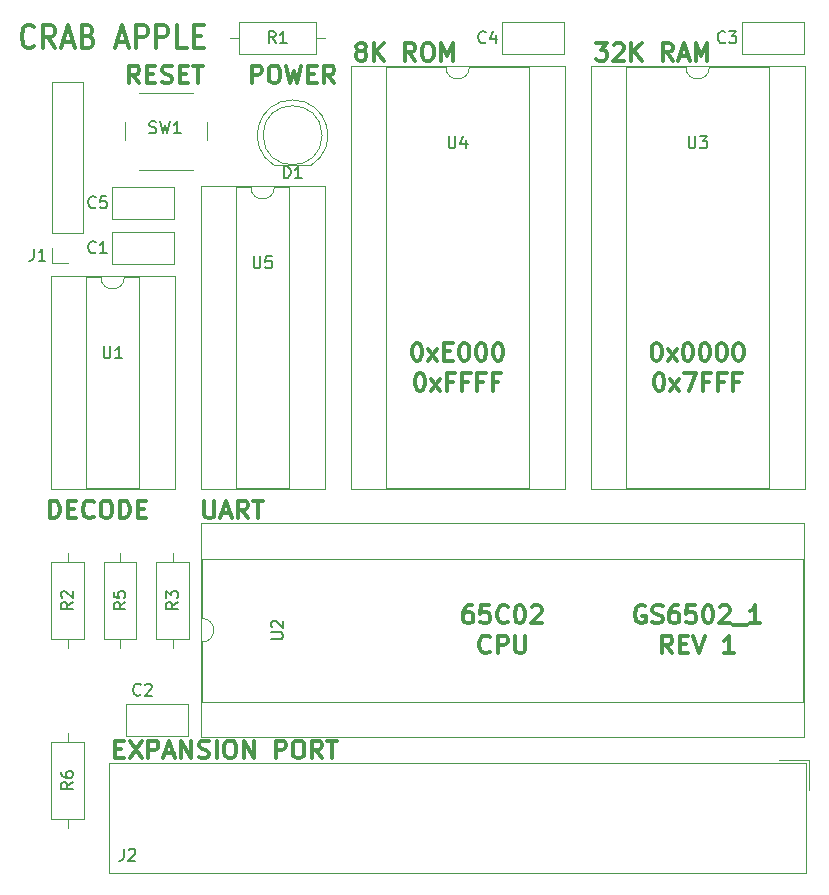
<source format=gto>
G04 #@! TF.GenerationSoftware,KiCad,Pcbnew,5.1.5+dfsg1-2build2*
G04 #@! TF.CreationDate,2022-11-24T13:25:21+00:00*
G04 #@! TF.ProjectId,6502_SBC,36353032-5f53-4424-932e-6b696361645f,rev?*
G04 #@! TF.SameCoordinates,Original*
G04 #@! TF.FileFunction,Legend,Top*
G04 #@! TF.FilePolarity,Positive*
%FSLAX46Y46*%
G04 Gerber Fmt 4.6, Leading zero omitted, Abs format (unit mm)*
G04 Created by KiCad (PCBNEW 5.1.5+dfsg1-2build2) date 2022-11-24 13:25:21*
%MOMM*%
%LPD*%
G04 APERTURE LIST*
%ADD10C,0.300000*%
%ADD11C,0.120000*%
%ADD12C,0.150000*%
G04 APERTURE END LIST*
D10*
X124261200Y-78819285D02*
X124177866Y-78914523D01*
X123927866Y-79009761D01*
X123761200Y-79009761D01*
X123511200Y-78914523D01*
X123344533Y-78724047D01*
X123261200Y-78533571D01*
X123177866Y-78152619D01*
X123177866Y-77866904D01*
X123261200Y-77485952D01*
X123344533Y-77295476D01*
X123511200Y-77105000D01*
X123761200Y-77009761D01*
X123927866Y-77009761D01*
X124177866Y-77105000D01*
X124261200Y-77200238D01*
X126011200Y-79009761D02*
X125427866Y-78057380D01*
X125011200Y-79009761D02*
X125011200Y-77009761D01*
X125677866Y-77009761D01*
X125844533Y-77105000D01*
X125927866Y-77200238D01*
X126011200Y-77390714D01*
X126011200Y-77676428D01*
X125927866Y-77866904D01*
X125844533Y-77962142D01*
X125677866Y-78057380D01*
X125011200Y-78057380D01*
X126677866Y-78438333D02*
X127511200Y-78438333D01*
X126511200Y-79009761D02*
X127094533Y-77009761D01*
X127677866Y-79009761D01*
X128844533Y-77962142D02*
X129094533Y-78057380D01*
X129177866Y-78152619D01*
X129261200Y-78343095D01*
X129261200Y-78628809D01*
X129177866Y-78819285D01*
X129094533Y-78914523D01*
X128927866Y-79009761D01*
X128261200Y-79009761D01*
X128261200Y-77009761D01*
X128844533Y-77009761D01*
X129011200Y-77105000D01*
X129094533Y-77200238D01*
X129177866Y-77390714D01*
X129177866Y-77581190D01*
X129094533Y-77771666D01*
X129011200Y-77866904D01*
X128844533Y-77962142D01*
X128261200Y-77962142D01*
X131261200Y-78438333D02*
X132094533Y-78438333D01*
X131094533Y-79009761D02*
X131677866Y-77009761D01*
X132261200Y-79009761D01*
X132844533Y-79009761D02*
X132844533Y-77009761D01*
X133511200Y-77009761D01*
X133677866Y-77105000D01*
X133761200Y-77200238D01*
X133844533Y-77390714D01*
X133844533Y-77676428D01*
X133761200Y-77866904D01*
X133677866Y-77962142D01*
X133511200Y-78057380D01*
X132844533Y-78057380D01*
X134594533Y-79009761D02*
X134594533Y-77009761D01*
X135261200Y-77009761D01*
X135427866Y-77105000D01*
X135511200Y-77200238D01*
X135594533Y-77390714D01*
X135594533Y-77676428D01*
X135511200Y-77866904D01*
X135427866Y-77962142D01*
X135261200Y-78057380D01*
X134594533Y-78057380D01*
X137177866Y-79009761D02*
X136344533Y-79009761D01*
X136344533Y-77009761D01*
X137761200Y-77962142D02*
X138344533Y-77962142D01*
X138594533Y-79009761D02*
X137761200Y-79009761D01*
X137761200Y-77009761D01*
X138594533Y-77009761D01*
X161299057Y-126173571D02*
X161013342Y-126173571D01*
X160870485Y-126245000D01*
X160799057Y-126316428D01*
X160656200Y-126530714D01*
X160584771Y-126816428D01*
X160584771Y-127387857D01*
X160656200Y-127530714D01*
X160727628Y-127602142D01*
X160870485Y-127673571D01*
X161156200Y-127673571D01*
X161299057Y-127602142D01*
X161370485Y-127530714D01*
X161441914Y-127387857D01*
X161441914Y-127030714D01*
X161370485Y-126887857D01*
X161299057Y-126816428D01*
X161156200Y-126745000D01*
X160870485Y-126745000D01*
X160727628Y-126816428D01*
X160656200Y-126887857D01*
X160584771Y-127030714D01*
X162799057Y-126173571D02*
X162084771Y-126173571D01*
X162013342Y-126887857D01*
X162084771Y-126816428D01*
X162227628Y-126745000D01*
X162584771Y-126745000D01*
X162727628Y-126816428D01*
X162799057Y-126887857D01*
X162870485Y-127030714D01*
X162870485Y-127387857D01*
X162799057Y-127530714D01*
X162727628Y-127602142D01*
X162584771Y-127673571D01*
X162227628Y-127673571D01*
X162084771Y-127602142D01*
X162013342Y-127530714D01*
X164370485Y-127530714D02*
X164299057Y-127602142D01*
X164084771Y-127673571D01*
X163941914Y-127673571D01*
X163727628Y-127602142D01*
X163584771Y-127459285D01*
X163513342Y-127316428D01*
X163441914Y-127030714D01*
X163441914Y-126816428D01*
X163513342Y-126530714D01*
X163584771Y-126387857D01*
X163727628Y-126245000D01*
X163941914Y-126173571D01*
X164084771Y-126173571D01*
X164299057Y-126245000D01*
X164370485Y-126316428D01*
X165299057Y-126173571D02*
X165441914Y-126173571D01*
X165584771Y-126245000D01*
X165656200Y-126316428D01*
X165727628Y-126459285D01*
X165799057Y-126745000D01*
X165799057Y-127102142D01*
X165727628Y-127387857D01*
X165656200Y-127530714D01*
X165584771Y-127602142D01*
X165441914Y-127673571D01*
X165299057Y-127673571D01*
X165156200Y-127602142D01*
X165084771Y-127530714D01*
X165013342Y-127387857D01*
X164941914Y-127102142D01*
X164941914Y-126745000D01*
X165013342Y-126459285D01*
X165084771Y-126316428D01*
X165156200Y-126245000D01*
X165299057Y-126173571D01*
X166370485Y-126316428D02*
X166441914Y-126245000D01*
X166584771Y-126173571D01*
X166941914Y-126173571D01*
X167084771Y-126245000D01*
X167156200Y-126316428D01*
X167227628Y-126459285D01*
X167227628Y-126602142D01*
X167156200Y-126816428D01*
X166299057Y-127673571D01*
X167227628Y-127673571D01*
X162834771Y-130080714D02*
X162763342Y-130152142D01*
X162549057Y-130223571D01*
X162406200Y-130223571D01*
X162191914Y-130152142D01*
X162049057Y-130009285D01*
X161977628Y-129866428D01*
X161906200Y-129580714D01*
X161906200Y-129366428D01*
X161977628Y-129080714D01*
X162049057Y-128937857D01*
X162191914Y-128795000D01*
X162406200Y-128723571D01*
X162549057Y-128723571D01*
X162763342Y-128795000D01*
X162834771Y-128866428D01*
X163477628Y-130223571D02*
X163477628Y-128723571D01*
X164049057Y-128723571D01*
X164191914Y-128795000D01*
X164263342Y-128866428D01*
X164334771Y-129009285D01*
X164334771Y-129223571D01*
X164263342Y-129366428D01*
X164191914Y-129437857D01*
X164049057Y-129509285D01*
X163477628Y-129509285D01*
X164977628Y-128723571D02*
X164977628Y-129937857D01*
X165049057Y-130080714D01*
X165120485Y-130152142D01*
X165263342Y-130223571D01*
X165549057Y-130223571D01*
X165691914Y-130152142D01*
X165763342Y-130080714D01*
X165834771Y-129937857D01*
X165834771Y-128723571D01*
X175951914Y-126245000D02*
X175809057Y-126173571D01*
X175594771Y-126173571D01*
X175380485Y-126245000D01*
X175237628Y-126387857D01*
X175166200Y-126530714D01*
X175094771Y-126816428D01*
X175094771Y-127030714D01*
X175166200Y-127316428D01*
X175237628Y-127459285D01*
X175380485Y-127602142D01*
X175594771Y-127673571D01*
X175737628Y-127673571D01*
X175951914Y-127602142D01*
X176023342Y-127530714D01*
X176023342Y-127030714D01*
X175737628Y-127030714D01*
X176594771Y-127602142D02*
X176809057Y-127673571D01*
X177166200Y-127673571D01*
X177309057Y-127602142D01*
X177380485Y-127530714D01*
X177451914Y-127387857D01*
X177451914Y-127245000D01*
X177380485Y-127102142D01*
X177309057Y-127030714D01*
X177166200Y-126959285D01*
X176880485Y-126887857D01*
X176737628Y-126816428D01*
X176666200Y-126745000D01*
X176594771Y-126602142D01*
X176594771Y-126459285D01*
X176666200Y-126316428D01*
X176737628Y-126245000D01*
X176880485Y-126173571D01*
X177237628Y-126173571D01*
X177451914Y-126245000D01*
X178737628Y-126173571D02*
X178451914Y-126173571D01*
X178309057Y-126245000D01*
X178237628Y-126316428D01*
X178094771Y-126530714D01*
X178023342Y-126816428D01*
X178023342Y-127387857D01*
X178094771Y-127530714D01*
X178166200Y-127602142D01*
X178309057Y-127673571D01*
X178594771Y-127673571D01*
X178737628Y-127602142D01*
X178809057Y-127530714D01*
X178880485Y-127387857D01*
X178880485Y-127030714D01*
X178809057Y-126887857D01*
X178737628Y-126816428D01*
X178594771Y-126745000D01*
X178309057Y-126745000D01*
X178166200Y-126816428D01*
X178094771Y-126887857D01*
X178023342Y-127030714D01*
X180237628Y-126173571D02*
X179523342Y-126173571D01*
X179451914Y-126887857D01*
X179523342Y-126816428D01*
X179666200Y-126745000D01*
X180023342Y-126745000D01*
X180166200Y-126816428D01*
X180237628Y-126887857D01*
X180309057Y-127030714D01*
X180309057Y-127387857D01*
X180237628Y-127530714D01*
X180166200Y-127602142D01*
X180023342Y-127673571D01*
X179666200Y-127673571D01*
X179523342Y-127602142D01*
X179451914Y-127530714D01*
X181237628Y-126173571D02*
X181380485Y-126173571D01*
X181523342Y-126245000D01*
X181594771Y-126316428D01*
X181666200Y-126459285D01*
X181737628Y-126745000D01*
X181737628Y-127102142D01*
X181666200Y-127387857D01*
X181594771Y-127530714D01*
X181523342Y-127602142D01*
X181380485Y-127673571D01*
X181237628Y-127673571D01*
X181094771Y-127602142D01*
X181023342Y-127530714D01*
X180951914Y-127387857D01*
X180880485Y-127102142D01*
X180880485Y-126745000D01*
X180951914Y-126459285D01*
X181023342Y-126316428D01*
X181094771Y-126245000D01*
X181237628Y-126173571D01*
X182309057Y-126316428D02*
X182380485Y-126245000D01*
X182523342Y-126173571D01*
X182880485Y-126173571D01*
X183023342Y-126245000D01*
X183094771Y-126316428D01*
X183166200Y-126459285D01*
X183166200Y-126602142D01*
X183094771Y-126816428D01*
X182237628Y-127673571D01*
X183166200Y-127673571D01*
X183451914Y-127816428D02*
X184594771Y-127816428D01*
X185737628Y-127673571D02*
X184880485Y-127673571D01*
X185309057Y-127673571D02*
X185309057Y-126173571D01*
X185166200Y-126387857D01*
X185023342Y-126530714D01*
X184880485Y-126602142D01*
X178273342Y-130223571D02*
X177773342Y-129509285D01*
X177416200Y-130223571D02*
X177416200Y-128723571D01*
X177987628Y-128723571D01*
X178130485Y-128795000D01*
X178201914Y-128866428D01*
X178273342Y-129009285D01*
X178273342Y-129223571D01*
X178201914Y-129366428D01*
X178130485Y-129437857D01*
X177987628Y-129509285D01*
X177416200Y-129509285D01*
X178916200Y-129437857D02*
X179416200Y-129437857D01*
X179630485Y-130223571D02*
X178916200Y-130223571D01*
X178916200Y-128723571D01*
X179630485Y-128723571D01*
X180059057Y-128723571D02*
X180559057Y-130223571D01*
X181059057Y-128723571D01*
X183487628Y-130223571D02*
X182630485Y-130223571D01*
X183059057Y-130223571D02*
X183059057Y-128723571D01*
X182916200Y-128937857D01*
X182773342Y-129080714D01*
X182630485Y-129152142D01*
X125580485Y-118788571D02*
X125580485Y-117288571D01*
X125937628Y-117288571D01*
X126151914Y-117360000D01*
X126294771Y-117502857D01*
X126366200Y-117645714D01*
X126437628Y-117931428D01*
X126437628Y-118145714D01*
X126366200Y-118431428D01*
X126294771Y-118574285D01*
X126151914Y-118717142D01*
X125937628Y-118788571D01*
X125580485Y-118788571D01*
X127080485Y-118002857D02*
X127580485Y-118002857D01*
X127794771Y-118788571D02*
X127080485Y-118788571D01*
X127080485Y-117288571D01*
X127794771Y-117288571D01*
X129294771Y-118645714D02*
X129223342Y-118717142D01*
X129009057Y-118788571D01*
X128866200Y-118788571D01*
X128651914Y-118717142D01*
X128509057Y-118574285D01*
X128437628Y-118431428D01*
X128366200Y-118145714D01*
X128366200Y-117931428D01*
X128437628Y-117645714D01*
X128509057Y-117502857D01*
X128651914Y-117360000D01*
X128866200Y-117288571D01*
X129009057Y-117288571D01*
X129223342Y-117360000D01*
X129294771Y-117431428D01*
X130223342Y-117288571D02*
X130509057Y-117288571D01*
X130651914Y-117360000D01*
X130794771Y-117502857D01*
X130866200Y-117788571D01*
X130866200Y-118288571D01*
X130794771Y-118574285D01*
X130651914Y-118717142D01*
X130509057Y-118788571D01*
X130223342Y-118788571D01*
X130080485Y-118717142D01*
X129937628Y-118574285D01*
X129866200Y-118288571D01*
X129866200Y-117788571D01*
X129937628Y-117502857D01*
X130080485Y-117360000D01*
X130223342Y-117288571D01*
X131509057Y-118788571D02*
X131509057Y-117288571D01*
X131866200Y-117288571D01*
X132080485Y-117360000D01*
X132223342Y-117502857D01*
X132294771Y-117645714D01*
X132366200Y-117931428D01*
X132366200Y-118145714D01*
X132294771Y-118431428D01*
X132223342Y-118574285D01*
X132080485Y-118717142D01*
X131866200Y-118788571D01*
X131509057Y-118788571D01*
X133009057Y-118002857D02*
X133509057Y-118002857D01*
X133723342Y-118788571D02*
X133009057Y-118788571D01*
X133009057Y-117288571D01*
X133723342Y-117288571D01*
X138653342Y-117288571D02*
X138653342Y-118502857D01*
X138724771Y-118645714D01*
X138796200Y-118717142D01*
X138939057Y-118788571D01*
X139224771Y-118788571D01*
X139367628Y-118717142D01*
X139439057Y-118645714D01*
X139510485Y-118502857D01*
X139510485Y-117288571D01*
X140153342Y-118360000D02*
X140867628Y-118360000D01*
X140010485Y-118788571D02*
X140510485Y-117288571D01*
X141010485Y-118788571D01*
X142367628Y-118788571D02*
X141867628Y-118074285D01*
X141510485Y-118788571D02*
X141510485Y-117288571D01*
X142081914Y-117288571D01*
X142224771Y-117360000D01*
X142296200Y-117431428D01*
X142367628Y-117574285D01*
X142367628Y-117788571D01*
X142296200Y-117931428D01*
X142224771Y-118002857D01*
X142081914Y-118074285D01*
X141510485Y-118074285D01*
X142796200Y-117288571D02*
X143653342Y-117288571D01*
X143224771Y-118788571D02*
X143224771Y-117288571D01*
X156596200Y-103948571D02*
X156739057Y-103948571D01*
X156881914Y-104020000D01*
X156953342Y-104091428D01*
X157024771Y-104234285D01*
X157096200Y-104520000D01*
X157096200Y-104877142D01*
X157024771Y-105162857D01*
X156953342Y-105305714D01*
X156881914Y-105377142D01*
X156739057Y-105448571D01*
X156596200Y-105448571D01*
X156453342Y-105377142D01*
X156381914Y-105305714D01*
X156310485Y-105162857D01*
X156239057Y-104877142D01*
X156239057Y-104520000D01*
X156310485Y-104234285D01*
X156381914Y-104091428D01*
X156453342Y-104020000D01*
X156596200Y-103948571D01*
X157596200Y-105448571D02*
X158381914Y-104448571D01*
X157596200Y-104448571D02*
X158381914Y-105448571D01*
X158953342Y-104662857D02*
X159453342Y-104662857D01*
X159667628Y-105448571D02*
X158953342Y-105448571D01*
X158953342Y-103948571D01*
X159667628Y-103948571D01*
X160596200Y-103948571D02*
X160739057Y-103948571D01*
X160881914Y-104020000D01*
X160953342Y-104091428D01*
X161024771Y-104234285D01*
X161096200Y-104520000D01*
X161096200Y-104877142D01*
X161024771Y-105162857D01*
X160953342Y-105305714D01*
X160881914Y-105377142D01*
X160739057Y-105448571D01*
X160596200Y-105448571D01*
X160453342Y-105377142D01*
X160381914Y-105305714D01*
X160310485Y-105162857D01*
X160239057Y-104877142D01*
X160239057Y-104520000D01*
X160310485Y-104234285D01*
X160381914Y-104091428D01*
X160453342Y-104020000D01*
X160596200Y-103948571D01*
X162024771Y-103948571D02*
X162167628Y-103948571D01*
X162310485Y-104020000D01*
X162381914Y-104091428D01*
X162453342Y-104234285D01*
X162524771Y-104520000D01*
X162524771Y-104877142D01*
X162453342Y-105162857D01*
X162381914Y-105305714D01*
X162310485Y-105377142D01*
X162167628Y-105448571D01*
X162024771Y-105448571D01*
X161881914Y-105377142D01*
X161810485Y-105305714D01*
X161739057Y-105162857D01*
X161667628Y-104877142D01*
X161667628Y-104520000D01*
X161739057Y-104234285D01*
X161810485Y-104091428D01*
X161881914Y-104020000D01*
X162024771Y-103948571D01*
X163453342Y-103948571D02*
X163596200Y-103948571D01*
X163739057Y-104020000D01*
X163810485Y-104091428D01*
X163881914Y-104234285D01*
X163953342Y-104520000D01*
X163953342Y-104877142D01*
X163881914Y-105162857D01*
X163810485Y-105305714D01*
X163739057Y-105377142D01*
X163596200Y-105448571D01*
X163453342Y-105448571D01*
X163310485Y-105377142D01*
X163239057Y-105305714D01*
X163167628Y-105162857D01*
X163096200Y-104877142D01*
X163096200Y-104520000D01*
X163167628Y-104234285D01*
X163239057Y-104091428D01*
X163310485Y-104020000D01*
X163453342Y-103948571D01*
X156846200Y-106498571D02*
X156989057Y-106498571D01*
X157131914Y-106570000D01*
X157203342Y-106641428D01*
X157274771Y-106784285D01*
X157346200Y-107070000D01*
X157346200Y-107427142D01*
X157274771Y-107712857D01*
X157203342Y-107855714D01*
X157131914Y-107927142D01*
X156989057Y-107998571D01*
X156846200Y-107998571D01*
X156703342Y-107927142D01*
X156631914Y-107855714D01*
X156560485Y-107712857D01*
X156489057Y-107427142D01*
X156489057Y-107070000D01*
X156560485Y-106784285D01*
X156631914Y-106641428D01*
X156703342Y-106570000D01*
X156846200Y-106498571D01*
X157846200Y-107998571D02*
X158631914Y-106998571D01*
X157846200Y-106998571D02*
X158631914Y-107998571D01*
X159703342Y-107212857D02*
X159203342Y-107212857D01*
X159203342Y-107998571D02*
X159203342Y-106498571D01*
X159917628Y-106498571D01*
X160989057Y-107212857D02*
X160489057Y-107212857D01*
X160489057Y-107998571D02*
X160489057Y-106498571D01*
X161203342Y-106498571D01*
X162274771Y-107212857D02*
X161774771Y-107212857D01*
X161774771Y-107998571D02*
X161774771Y-106498571D01*
X162489057Y-106498571D01*
X163560485Y-107212857D02*
X163060485Y-107212857D01*
X163060485Y-107998571D02*
X163060485Y-106498571D01*
X163774771Y-106498571D01*
X176880485Y-103948571D02*
X177023342Y-103948571D01*
X177166200Y-104020000D01*
X177237628Y-104091428D01*
X177309057Y-104234285D01*
X177380485Y-104520000D01*
X177380485Y-104877142D01*
X177309057Y-105162857D01*
X177237628Y-105305714D01*
X177166200Y-105377142D01*
X177023342Y-105448571D01*
X176880485Y-105448571D01*
X176737628Y-105377142D01*
X176666200Y-105305714D01*
X176594771Y-105162857D01*
X176523342Y-104877142D01*
X176523342Y-104520000D01*
X176594771Y-104234285D01*
X176666200Y-104091428D01*
X176737628Y-104020000D01*
X176880485Y-103948571D01*
X177880485Y-105448571D02*
X178666200Y-104448571D01*
X177880485Y-104448571D02*
X178666200Y-105448571D01*
X179523342Y-103948571D02*
X179666200Y-103948571D01*
X179809057Y-104020000D01*
X179880485Y-104091428D01*
X179951914Y-104234285D01*
X180023342Y-104520000D01*
X180023342Y-104877142D01*
X179951914Y-105162857D01*
X179880485Y-105305714D01*
X179809057Y-105377142D01*
X179666200Y-105448571D01*
X179523342Y-105448571D01*
X179380485Y-105377142D01*
X179309057Y-105305714D01*
X179237628Y-105162857D01*
X179166200Y-104877142D01*
X179166200Y-104520000D01*
X179237628Y-104234285D01*
X179309057Y-104091428D01*
X179380485Y-104020000D01*
X179523342Y-103948571D01*
X180951914Y-103948571D02*
X181094771Y-103948571D01*
X181237628Y-104020000D01*
X181309057Y-104091428D01*
X181380485Y-104234285D01*
X181451914Y-104520000D01*
X181451914Y-104877142D01*
X181380485Y-105162857D01*
X181309057Y-105305714D01*
X181237628Y-105377142D01*
X181094771Y-105448571D01*
X180951914Y-105448571D01*
X180809057Y-105377142D01*
X180737628Y-105305714D01*
X180666200Y-105162857D01*
X180594771Y-104877142D01*
X180594771Y-104520000D01*
X180666200Y-104234285D01*
X180737628Y-104091428D01*
X180809057Y-104020000D01*
X180951914Y-103948571D01*
X182380485Y-103948571D02*
X182523342Y-103948571D01*
X182666200Y-104020000D01*
X182737628Y-104091428D01*
X182809057Y-104234285D01*
X182880485Y-104520000D01*
X182880485Y-104877142D01*
X182809057Y-105162857D01*
X182737628Y-105305714D01*
X182666200Y-105377142D01*
X182523342Y-105448571D01*
X182380485Y-105448571D01*
X182237628Y-105377142D01*
X182166200Y-105305714D01*
X182094771Y-105162857D01*
X182023342Y-104877142D01*
X182023342Y-104520000D01*
X182094771Y-104234285D01*
X182166200Y-104091428D01*
X182237628Y-104020000D01*
X182380485Y-103948571D01*
X183809057Y-103948571D02*
X183951914Y-103948571D01*
X184094771Y-104020000D01*
X184166200Y-104091428D01*
X184237628Y-104234285D01*
X184309057Y-104520000D01*
X184309057Y-104877142D01*
X184237628Y-105162857D01*
X184166200Y-105305714D01*
X184094771Y-105377142D01*
X183951914Y-105448571D01*
X183809057Y-105448571D01*
X183666200Y-105377142D01*
X183594771Y-105305714D01*
X183523342Y-105162857D01*
X183451914Y-104877142D01*
X183451914Y-104520000D01*
X183523342Y-104234285D01*
X183594771Y-104091428D01*
X183666200Y-104020000D01*
X183809057Y-103948571D01*
X177094771Y-106498571D02*
X177237628Y-106498571D01*
X177380485Y-106570000D01*
X177451914Y-106641428D01*
X177523342Y-106784285D01*
X177594771Y-107070000D01*
X177594771Y-107427142D01*
X177523342Y-107712857D01*
X177451914Y-107855714D01*
X177380485Y-107927142D01*
X177237628Y-107998571D01*
X177094771Y-107998571D01*
X176951914Y-107927142D01*
X176880485Y-107855714D01*
X176809057Y-107712857D01*
X176737628Y-107427142D01*
X176737628Y-107070000D01*
X176809057Y-106784285D01*
X176880485Y-106641428D01*
X176951914Y-106570000D01*
X177094771Y-106498571D01*
X178094771Y-107998571D02*
X178880485Y-106998571D01*
X178094771Y-106998571D02*
X178880485Y-107998571D01*
X179309057Y-106498571D02*
X180309057Y-106498571D01*
X179666200Y-107998571D01*
X181380485Y-107212857D02*
X180880485Y-107212857D01*
X180880485Y-107998571D02*
X180880485Y-106498571D01*
X181594771Y-106498571D01*
X182666200Y-107212857D02*
X182166200Y-107212857D01*
X182166200Y-107998571D02*
X182166200Y-106498571D01*
X182880485Y-106498571D01*
X183951914Y-107212857D02*
X183451914Y-107212857D01*
X183451914Y-107998571D02*
X183451914Y-106498571D01*
X184166200Y-106498571D01*
X142661914Y-81958571D02*
X142661914Y-80458571D01*
X143233342Y-80458571D01*
X143376200Y-80530000D01*
X143447628Y-80601428D01*
X143519057Y-80744285D01*
X143519057Y-80958571D01*
X143447628Y-81101428D01*
X143376200Y-81172857D01*
X143233342Y-81244285D01*
X142661914Y-81244285D01*
X144447628Y-80458571D02*
X144733342Y-80458571D01*
X144876200Y-80530000D01*
X145019057Y-80672857D01*
X145090485Y-80958571D01*
X145090485Y-81458571D01*
X145019057Y-81744285D01*
X144876200Y-81887142D01*
X144733342Y-81958571D01*
X144447628Y-81958571D01*
X144304771Y-81887142D01*
X144161914Y-81744285D01*
X144090485Y-81458571D01*
X144090485Y-80958571D01*
X144161914Y-80672857D01*
X144304771Y-80530000D01*
X144447628Y-80458571D01*
X145590485Y-80458571D02*
X145947628Y-81958571D01*
X146233342Y-80887142D01*
X146519057Y-81958571D01*
X146876200Y-80458571D01*
X147447628Y-81172857D02*
X147947628Y-81172857D01*
X148161914Y-81958571D02*
X147447628Y-81958571D01*
X147447628Y-80458571D01*
X148161914Y-80458571D01*
X149661914Y-81958571D02*
X149161914Y-81244285D01*
X148804771Y-81958571D02*
X148804771Y-80458571D01*
X149376200Y-80458571D01*
X149519057Y-80530000D01*
X149590485Y-80601428D01*
X149661914Y-80744285D01*
X149661914Y-80958571D01*
X149590485Y-81101428D01*
X149519057Y-81172857D01*
X149376200Y-81244285D01*
X148804771Y-81244285D01*
X133152628Y-81958571D02*
X132652628Y-81244285D01*
X132295485Y-81958571D02*
X132295485Y-80458571D01*
X132866914Y-80458571D01*
X133009771Y-80530000D01*
X133081200Y-80601428D01*
X133152628Y-80744285D01*
X133152628Y-80958571D01*
X133081200Y-81101428D01*
X133009771Y-81172857D01*
X132866914Y-81244285D01*
X132295485Y-81244285D01*
X133795485Y-81172857D02*
X134295485Y-81172857D01*
X134509771Y-81958571D02*
X133795485Y-81958571D01*
X133795485Y-80458571D01*
X134509771Y-80458571D01*
X135081200Y-81887142D02*
X135295485Y-81958571D01*
X135652628Y-81958571D01*
X135795485Y-81887142D01*
X135866914Y-81815714D01*
X135938342Y-81672857D01*
X135938342Y-81530000D01*
X135866914Y-81387142D01*
X135795485Y-81315714D01*
X135652628Y-81244285D01*
X135366914Y-81172857D01*
X135224057Y-81101428D01*
X135152628Y-81030000D01*
X135081200Y-80887142D01*
X135081200Y-80744285D01*
X135152628Y-80601428D01*
X135224057Y-80530000D01*
X135366914Y-80458571D01*
X135724057Y-80458571D01*
X135938342Y-80530000D01*
X136581200Y-81172857D02*
X137081200Y-81172857D01*
X137295485Y-81958571D02*
X136581200Y-81958571D01*
X136581200Y-80458571D01*
X137295485Y-80458571D01*
X137724057Y-80458571D02*
X138581200Y-80458571D01*
X138152628Y-81958571D02*
X138152628Y-80458571D01*
X131125485Y-138322857D02*
X131625485Y-138322857D01*
X131839771Y-139108571D02*
X131125485Y-139108571D01*
X131125485Y-137608571D01*
X131839771Y-137608571D01*
X132339771Y-137608571D02*
X133339771Y-139108571D01*
X133339771Y-137608571D02*
X132339771Y-139108571D01*
X133911200Y-139108571D02*
X133911200Y-137608571D01*
X134482628Y-137608571D01*
X134625485Y-137680000D01*
X134696914Y-137751428D01*
X134768342Y-137894285D01*
X134768342Y-138108571D01*
X134696914Y-138251428D01*
X134625485Y-138322857D01*
X134482628Y-138394285D01*
X133911200Y-138394285D01*
X135339771Y-138680000D02*
X136054057Y-138680000D01*
X135196914Y-139108571D02*
X135696914Y-137608571D01*
X136196914Y-139108571D01*
X136696914Y-139108571D02*
X136696914Y-137608571D01*
X137554057Y-139108571D01*
X137554057Y-137608571D01*
X138196914Y-139037142D02*
X138411200Y-139108571D01*
X138768342Y-139108571D01*
X138911200Y-139037142D01*
X138982628Y-138965714D01*
X139054057Y-138822857D01*
X139054057Y-138680000D01*
X138982628Y-138537142D01*
X138911200Y-138465714D01*
X138768342Y-138394285D01*
X138482628Y-138322857D01*
X138339771Y-138251428D01*
X138268342Y-138180000D01*
X138196914Y-138037142D01*
X138196914Y-137894285D01*
X138268342Y-137751428D01*
X138339771Y-137680000D01*
X138482628Y-137608571D01*
X138839771Y-137608571D01*
X139054057Y-137680000D01*
X139696914Y-139108571D02*
X139696914Y-137608571D01*
X140696914Y-137608571D02*
X140982628Y-137608571D01*
X141125485Y-137680000D01*
X141268342Y-137822857D01*
X141339771Y-138108571D01*
X141339771Y-138608571D01*
X141268342Y-138894285D01*
X141125485Y-139037142D01*
X140982628Y-139108571D01*
X140696914Y-139108571D01*
X140554057Y-139037142D01*
X140411200Y-138894285D01*
X140339771Y-138608571D01*
X140339771Y-138108571D01*
X140411200Y-137822857D01*
X140554057Y-137680000D01*
X140696914Y-137608571D01*
X141982628Y-139108571D02*
X141982628Y-137608571D01*
X142839771Y-139108571D01*
X142839771Y-137608571D01*
X144696914Y-139108571D02*
X144696914Y-137608571D01*
X145268342Y-137608571D01*
X145411200Y-137680000D01*
X145482628Y-137751428D01*
X145554057Y-137894285D01*
X145554057Y-138108571D01*
X145482628Y-138251428D01*
X145411200Y-138322857D01*
X145268342Y-138394285D01*
X144696914Y-138394285D01*
X146482628Y-137608571D02*
X146768342Y-137608571D01*
X146911200Y-137680000D01*
X147054057Y-137822857D01*
X147125485Y-138108571D01*
X147125485Y-138608571D01*
X147054057Y-138894285D01*
X146911200Y-139037142D01*
X146768342Y-139108571D01*
X146482628Y-139108571D01*
X146339771Y-139037142D01*
X146196914Y-138894285D01*
X146125485Y-138608571D01*
X146125485Y-138108571D01*
X146196914Y-137822857D01*
X146339771Y-137680000D01*
X146482628Y-137608571D01*
X148625485Y-139108571D02*
X148125485Y-138394285D01*
X147768342Y-139108571D02*
X147768342Y-137608571D01*
X148339771Y-137608571D01*
X148482628Y-137680000D01*
X148554057Y-137751428D01*
X148625485Y-137894285D01*
X148625485Y-138108571D01*
X148554057Y-138251428D01*
X148482628Y-138322857D01*
X148339771Y-138394285D01*
X147768342Y-138394285D01*
X149054057Y-137608571D02*
X149911200Y-137608571D01*
X149482628Y-139108571D02*
X149482628Y-137608571D01*
X171820485Y-78553571D02*
X172749057Y-78553571D01*
X172249057Y-79125000D01*
X172463342Y-79125000D01*
X172606200Y-79196428D01*
X172677628Y-79267857D01*
X172749057Y-79410714D01*
X172749057Y-79767857D01*
X172677628Y-79910714D01*
X172606200Y-79982142D01*
X172463342Y-80053571D01*
X172034771Y-80053571D01*
X171891914Y-79982142D01*
X171820485Y-79910714D01*
X173320485Y-78696428D02*
X173391914Y-78625000D01*
X173534771Y-78553571D01*
X173891914Y-78553571D01*
X174034771Y-78625000D01*
X174106200Y-78696428D01*
X174177628Y-78839285D01*
X174177628Y-78982142D01*
X174106200Y-79196428D01*
X173249057Y-80053571D01*
X174177628Y-80053571D01*
X174820485Y-80053571D02*
X174820485Y-78553571D01*
X175677628Y-80053571D02*
X175034771Y-79196428D01*
X175677628Y-78553571D02*
X174820485Y-79410714D01*
X178320485Y-80053571D02*
X177820485Y-79339285D01*
X177463342Y-80053571D02*
X177463342Y-78553571D01*
X178034771Y-78553571D01*
X178177628Y-78625000D01*
X178249057Y-78696428D01*
X178320485Y-78839285D01*
X178320485Y-79053571D01*
X178249057Y-79196428D01*
X178177628Y-79267857D01*
X178034771Y-79339285D01*
X177463342Y-79339285D01*
X178891914Y-79625000D02*
X179606200Y-79625000D01*
X178749057Y-80053571D02*
X179249057Y-78553571D01*
X179749057Y-80053571D01*
X180249057Y-80053571D02*
X180249057Y-78553571D01*
X180749057Y-79625000D01*
X181249057Y-78553571D01*
X181249057Y-80053571D01*
X151794057Y-79196428D02*
X151651200Y-79125000D01*
X151579771Y-79053571D01*
X151508342Y-78910714D01*
X151508342Y-78839285D01*
X151579771Y-78696428D01*
X151651200Y-78625000D01*
X151794057Y-78553571D01*
X152079771Y-78553571D01*
X152222628Y-78625000D01*
X152294057Y-78696428D01*
X152365485Y-78839285D01*
X152365485Y-78910714D01*
X152294057Y-79053571D01*
X152222628Y-79125000D01*
X152079771Y-79196428D01*
X151794057Y-79196428D01*
X151651200Y-79267857D01*
X151579771Y-79339285D01*
X151508342Y-79482142D01*
X151508342Y-79767857D01*
X151579771Y-79910714D01*
X151651200Y-79982142D01*
X151794057Y-80053571D01*
X152079771Y-80053571D01*
X152222628Y-79982142D01*
X152294057Y-79910714D01*
X152365485Y-79767857D01*
X152365485Y-79482142D01*
X152294057Y-79339285D01*
X152222628Y-79267857D01*
X152079771Y-79196428D01*
X153008342Y-80053571D02*
X153008342Y-78553571D01*
X153865485Y-80053571D02*
X153222628Y-79196428D01*
X153865485Y-78553571D02*
X153008342Y-79410714D01*
X156508342Y-80053571D02*
X156008342Y-79339285D01*
X155651200Y-80053571D02*
X155651200Y-78553571D01*
X156222628Y-78553571D01*
X156365485Y-78625000D01*
X156436914Y-78696428D01*
X156508342Y-78839285D01*
X156508342Y-79053571D01*
X156436914Y-79196428D01*
X156365485Y-79267857D01*
X156222628Y-79339285D01*
X155651200Y-79339285D01*
X157436914Y-78553571D02*
X157722628Y-78553571D01*
X157865485Y-78625000D01*
X158008342Y-78767857D01*
X158079771Y-79053571D01*
X158079771Y-79553571D01*
X158008342Y-79839285D01*
X157865485Y-79982142D01*
X157722628Y-80053571D01*
X157436914Y-80053571D01*
X157294057Y-79982142D01*
X157151200Y-79839285D01*
X157079771Y-79553571D01*
X157079771Y-79053571D01*
X157151200Y-78767857D01*
X157294057Y-78625000D01*
X157436914Y-78553571D01*
X158722628Y-80053571D02*
X158722628Y-78553571D01*
X159222628Y-79625000D01*
X159722628Y-78553571D01*
X159722628Y-80053571D01*
D11*
X148836200Y-90685000D02*
X138336200Y-90685000D01*
X148836200Y-116325000D02*
X148836200Y-90685000D01*
X138336200Y-116325000D02*
X148836200Y-116325000D01*
X138336200Y-90685000D02*
X138336200Y-116325000D01*
X145836200Y-90745000D02*
X144586200Y-90745000D01*
X145836200Y-116265000D02*
X145836200Y-90745000D01*
X141336200Y-116265000D02*
X145836200Y-116265000D01*
X141336200Y-90745000D02*
X141336200Y-116265000D01*
X142586200Y-90745000D02*
X141336200Y-90745000D01*
X144586200Y-90745000D02*
G75*
G02X142586200Y-90745000I-1000000J0D01*
G01*
X169156200Y-80525000D02*
X151036200Y-80525000D01*
X169156200Y-116325000D02*
X169156200Y-80525000D01*
X151036200Y-116325000D02*
X169156200Y-116325000D01*
X151036200Y-80525000D02*
X151036200Y-116325000D01*
X166156200Y-80585000D02*
X161096200Y-80585000D01*
X166156200Y-116265000D02*
X166156200Y-80585000D01*
X154036200Y-116265000D02*
X166156200Y-116265000D01*
X154036200Y-80585000D02*
X154036200Y-116265000D01*
X159096200Y-80585000D02*
X154036200Y-80585000D01*
X161096200Y-80585000D02*
G75*
G02X159096200Y-80585000I-1000000J0D01*
G01*
X136136200Y-98305000D02*
X125636200Y-98305000D01*
X136136200Y-116325000D02*
X136136200Y-98305000D01*
X125636200Y-116325000D02*
X136136200Y-116325000D01*
X125636200Y-98305000D02*
X125636200Y-116325000D01*
X133136200Y-98365000D02*
X131886200Y-98365000D01*
X133136200Y-116265000D02*
X133136200Y-98365000D01*
X128636200Y-116265000D02*
X133136200Y-116265000D01*
X128636200Y-98365000D02*
X128636200Y-116265000D01*
X129886200Y-98365000D02*
X128636200Y-98365000D01*
X131886200Y-98365000D02*
G75*
G02X129886200Y-98365000I-1000000J0D01*
G01*
X135966200Y-121690000D02*
X135966200Y-122460000D01*
X135966200Y-129770000D02*
X135966200Y-129000000D01*
X134596200Y-122460000D02*
X134596200Y-129000000D01*
X137336200Y-122460000D02*
X134596200Y-122460000D01*
X137336200Y-129000000D02*
X137336200Y-122460000D01*
X134596200Y-129000000D02*
X137336200Y-129000000D01*
X144581200Y-88920000D02*
X147671200Y-88920000D01*
X148626200Y-86360000D02*
G75*
G03X148626200Y-86360000I-2500000J0D01*
G01*
X146125738Y-83370000D02*
G75*
G02X147671030Y-88920000I462J-2990000D01*
G01*
X146126662Y-83370000D02*
G75*
G03X144581370Y-88920000I-462J-2990000D01*
G01*
X189826200Y-139220000D02*
X189826200Y-141760000D01*
X189826200Y-139220000D02*
X187286200Y-139220000D01*
X189576200Y-139470000D02*
X189576200Y-148820000D01*
X130616200Y-139470000D02*
X189576200Y-139470000D01*
X130616200Y-148820000D02*
X130616200Y-139470000D01*
X189576200Y-148820000D02*
X130616200Y-148820000D01*
X138906200Y-86765000D02*
X138906200Y-85265000D01*
X137656200Y-82765000D02*
X133156200Y-82765000D01*
X131906200Y-85265000D02*
X131906200Y-86765000D01*
X133156200Y-89265000D02*
X137656200Y-89265000D01*
X131521200Y-121690000D02*
X131521200Y-122460000D01*
X131521200Y-129770000D02*
X131521200Y-129000000D01*
X130151200Y-122460000D02*
X130151200Y-129000000D01*
X132891200Y-122460000D02*
X130151200Y-122460000D01*
X132891200Y-129000000D02*
X132891200Y-122460000D01*
X130151200Y-129000000D02*
X132891200Y-129000000D01*
X127076200Y-121690000D02*
X127076200Y-122460000D01*
X127076200Y-129770000D02*
X127076200Y-129000000D01*
X125706200Y-122460000D02*
X125706200Y-129000000D01*
X128446200Y-122460000D02*
X125706200Y-122460000D01*
X128446200Y-129000000D02*
X128446200Y-122460000D01*
X125706200Y-129000000D02*
X128446200Y-129000000D01*
X148896200Y-78105000D02*
X148126200Y-78105000D01*
X140816200Y-78105000D02*
X141586200Y-78105000D01*
X148126200Y-76735000D02*
X141586200Y-76735000D01*
X148126200Y-79475000D02*
X148126200Y-76735000D01*
X141586200Y-79475000D02*
X148126200Y-79475000D01*
X141586200Y-76735000D02*
X141586200Y-79475000D01*
X127076200Y-97215000D02*
X125746200Y-97215000D01*
X125746200Y-97215000D02*
X125746200Y-95885000D01*
X125746200Y-94615000D02*
X125746200Y-81855000D01*
X128406200Y-81855000D02*
X125746200Y-81855000D01*
X128406200Y-94615000D02*
X128406200Y-81855000D01*
X128406200Y-94615000D02*
X125746200Y-94615000D01*
X163846200Y-79475000D02*
X163846200Y-76735000D01*
X169086200Y-79475000D02*
X169086200Y-76735000D01*
X169086200Y-76735000D02*
X163846200Y-76735000D01*
X169086200Y-79475000D02*
X163846200Y-79475000D01*
X184166200Y-79475000D02*
X184166200Y-76735000D01*
X189406200Y-79475000D02*
X189406200Y-76735000D01*
X189406200Y-76735000D02*
X184166200Y-76735000D01*
X189406200Y-79475000D02*
X184166200Y-79475000D01*
X137296200Y-134520000D02*
X137296200Y-137260000D01*
X132056200Y-134520000D02*
X132056200Y-137260000D01*
X132056200Y-137260000D02*
X137296200Y-137260000D01*
X132056200Y-134520000D02*
X137296200Y-134520000D01*
X130826200Y-97255000D02*
X130826200Y-94515000D01*
X136066200Y-97255000D02*
X136066200Y-94515000D01*
X136066200Y-94515000D02*
X130826200Y-94515000D01*
X136066200Y-97255000D02*
X130826200Y-97255000D01*
X138386200Y-119210000D02*
X138386200Y-137330000D01*
X189426200Y-119210000D02*
X138386200Y-119210000D01*
X189426200Y-137330000D02*
X189426200Y-119210000D01*
X138386200Y-137330000D02*
X189426200Y-137330000D01*
X138446200Y-122210000D02*
X138446200Y-127270000D01*
X189366200Y-122210000D02*
X138446200Y-122210000D01*
X189366200Y-134330000D02*
X189366200Y-122210000D01*
X138446200Y-134330000D02*
X189366200Y-134330000D01*
X138446200Y-129270000D02*
X138446200Y-134330000D01*
X138446200Y-127270000D02*
G75*
G02X138446200Y-129270000I0J-1000000D01*
G01*
X189476200Y-80525000D02*
X171356200Y-80525000D01*
X189476200Y-116325000D02*
X189476200Y-80525000D01*
X171356200Y-116325000D02*
X189476200Y-116325000D01*
X171356200Y-80525000D02*
X171356200Y-116325000D01*
X186476200Y-80585000D02*
X181416200Y-80585000D01*
X186476200Y-116265000D02*
X186476200Y-80585000D01*
X174356200Y-116265000D02*
X186476200Y-116265000D01*
X174356200Y-80585000D02*
X174356200Y-116265000D01*
X179416200Y-80585000D02*
X174356200Y-80585000D01*
X181416200Y-80585000D02*
G75*
G02X179416200Y-80585000I-1000000J0D01*
G01*
X130826200Y-93445000D02*
X130826200Y-90705000D01*
X136066200Y-93445000D02*
X136066200Y-90705000D01*
X136066200Y-90705000D02*
X130826200Y-90705000D01*
X136066200Y-93445000D02*
X130826200Y-93445000D01*
X127076200Y-145010000D02*
X127076200Y-144240000D01*
X127076200Y-136930000D02*
X127076200Y-137700000D01*
X128446200Y-144240000D02*
X128446200Y-137700000D01*
X125706200Y-144240000D02*
X128446200Y-144240000D01*
X125706200Y-137700000D02*
X125706200Y-144240000D01*
X128446200Y-137700000D02*
X125706200Y-137700000D01*
D12*
X142824295Y-96607380D02*
X142824295Y-97416904D01*
X142871914Y-97512142D01*
X142919533Y-97559761D01*
X143014771Y-97607380D01*
X143205247Y-97607380D01*
X143300485Y-97559761D01*
X143348104Y-97512142D01*
X143395723Y-97416904D01*
X143395723Y-96607380D01*
X144348104Y-96607380D02*
X143871914Y-96607380D01*
X143824295Y-97083571D01*
X143871914Y-97035952D01*
X143967152Y-96988333D01*
X144205247Y-96988333D01*
X144300485Y-97035952D01*
X144348104Y-97083571D01*
X144395723Y-97178809D01*
X144395723Y-97416904D01*
X144348104Y-97512142D01*
X144300485Y-97559761D01*
X144205247Y-97607380D01*
X143967152Y-97607380D01*
X143871914Y-97559761D01*
X143824295Y-97512142D01*
X159334295Y-86447380D02*
X159334295Y-87256904D01*
X159381914Y-87352142D01*
X159429533Y-87399761D01*
X159524771Y-87447380D01*
X159715247Y-87447380D01*
X159810485Y-87399761D01*
X159858104Y-87352142D01*
X159905723Y-87256904D01*
X159905723Y-86447380D01*
X160810485Y-86780714D02*
X160810485Y-87447380D01*
X160572390Y-86399761D02*
X160334295Y-87114047D01*
X160953342Y-87114047D01*
X130124295Y-104227380D02*
X130124295Y-105036904D01*
X130171914Y-105132142D01*
X130219533Y-105179761D01*
X130314771Y-105227380D01*
X130505247Y-105227380D01*
X130600485Y-105179761D01*
X130648104Y-105132142D01*
X130695723Y-105036904D01*
X130695723Y-104227380D01*
X131695723Y-105227380D02*
X131124295Y-105227380D01*
X131410009Y-105227380D02*
X131410009Y-104227380D01*
X131314771Y-104370238D01*
X131219533Y-104465476D01*
X131124295Y-104513095D01*
X136418580Y-125896666D02*
X135942390Y-126230000D01*
X136418580Y-126468095D02*
X135418580Y-126468095D01*
X135418580Y-126087142D01*
X135466200Y-125991904D01*
X135513819Y-125944285D01*
X135609057Y-125896666D01*
X135751914Y-125896666D01*
X135847152Y-125944285D01*
X135894771Y-125991904D01*
X135942390Y-126087142D01*
X135942390Y-126468095D01*
X135418580Y-125563333D02*
X135418580Y-124944285D01*
X135799533Y-125277619D01*
X135799533Y-125134761D01*
X135847152Y-125039523D01*
X135894771Y-124991904D01*
X135990009Y-124944285D01*
X136228104Y-124944285D01*
X136323342Y-124991904D01*
X136370961Y-125039523D01*
X136418580Y-125134761D01*
X136418580Y-125420476D01*
X136370961Y-125515714D01*
X136323342Y-125563333D01*
X145388104Y-89987380D02*
X145388104Y-88987380D01*
X145626200Y-88987380D01*
X145769057Y-89035000D01*
X145864295Y-89130238D01*
X145911914Y-89225476D01*
X145959533Y-89415952D01*
X145959533Y-89558809D01*
X145911914Y-89749285D01*
X145864295Y-89844523D01*
X145769057Y-89939761D01*
X145626200Y-89987380D01*
X145388104Y-89987380D01*
X146911914Y-89987380D02*
X146340485Y-89987380D01*
X146626200Y-89987380D02*
X146626200Y-88987380D01*
X146530961Y-89130238D01*
X146435723Y-89225476D01*
X146340485Y-89273095D01*
X131822866Y-146772380D02*
X131822866Y-147486666D01*
X131775247Y-147629523D01*
X131680009Y-147724761D01*
X131537152Y-147772380D01*
X131441914Y-147772380D01*
X132251438Y-146867619D02*
X132299057Y-146820000D01*
X132394295Y-146772380D01*
X132632390Y-146772380D01*
X132727628Y-146820000D01*
X132775247Y-146867619D01*
X132822866Y-146962857D01*
X132822866Y-147058095D01*
X132775247Y-147200952D01*
X132203819Y-147772380D01*
X132822866Y-147772380D01*
X133997866Y-86129761D02*
X134140723Y-86177380D01*
X134378819Y-86177380D01*
X134474057Y-86129761D01*
X134521676Y-86082142D01*
X134569295Y-85986904D01*
X134569295Y-85891666D01*
X134521676Y-85796428D01*
X134474057Y-85748809D01*
X134378819Y-85701190D01*
X134188342Y-85653571D01*
X134093104Y-85605952D01*
X134045485Y-85558333D01*
X133997866Y-85463095D01*
X133997866Y-85367857D01*
X134045485Y-85272619D01*
X134093104Y-85225000D01*
X134188342Y-85177380D01*
X134426438Y-85177380D01*
X134569295Y-85225000D01*
X134902628Y-85177380D02*
X135140723Y-86177380D01*
X135331200Y-85463095D01*
X135521676Y-86177380D01*
X135759771Y-85177380D01*
X136664533Y-86177380D02*
X136093104Y-86177380D01*
X136378819Y-86177380D02*
X136378819Y-85177380D01*
X136283580Y-85320238D01*
X136188342Y-85415476D01*
X136093104Y-85463095D01*
X131973580Y-125896666D02*
X131497390Y-126230000D01*
X131973580Y-126468095D02*
X130973580Y-126468095D01*
X130973580Y-126087142D01*
X131021200Y-125991904D01*
X131068819Y-125944285D01*
X131164057Y-125896666D01*
X131306914Y-125896666D01*
X131402152Y-125944285D01*
X131449771Y-125991904D01*
X131497390Y-126087142D01*
X131497390Y-126468095D01*
X130973580Y-124991904D02*
X130973580Y-125468095D01*
X131449771Y-125515714D01*
X131402152Y-125468095D01*
X131354533Y-125372857D01*
X131354533Y-125134761D01*
X131402152Y-125039523D01*
X131449771Y-124991904D01*
X131545009Y-124944285D01*
X131783104Y-124944285D01*
X131878342Y-124991904D01*
X131925961Y-125039523D01*
X131973580Y-125134761D01*
X131973580Y-125372857D01*
X131925961Y-125468095D01*
X131878342Y-125515714D01*
X127528580Y-125896666D02*
X127052390Y-126230000D01*
X127528580Y-126468095D02*
X126528580Y-126468095D01*
X126528580Y-126087142D01*
X126576200Y-125991904D01*
X126623819Y-125944285D01*
X126719057Y-125896666D01*
X126861914Y-125896666D01*
X126957152Y-125944285D01*
X127004771Y-125991904D01*
X127052390Y-126087142D01*
X127052390Y-126468095D01*
X126623819Y-125515714D02*
X126576200Y-125468095D01*
X126528580Y-125372857D01*
X126528580Y-125134761D01*
X126576200Y-125039523D01*
X126623819Y-124991904D01*
X126719057Y-124944285D01*
X126814295Y-124944285D01*
X126957152Y-124991904D01*
X127528580Y-125563333D01*
X127528580Y-124944285D01*
X144689533Y-78557380D02*
X144356200Y-78081190D01*
X144118104Y-78557380D02*
X144118104Y-77557380D01*
X144499057Y-77557380D01*
X144594295Y-77605000D01*
X144641914Y-77652619D01*
X144689533Y-77747857D01*
X144689533Y-77890714D01*
X144641914Y-77985952D01*
X144594295Y-78033571D01*
X144499057Y-78081190D01*
X144118104Y-78081190D01*
X145641914Y-78557380D02*
X145070485Y-78557380D01*
X145356200Y-78557380D02*
X145356200Y-77557380D01*
X145260961Y-77700238D01*
X145165723Y-77795476D01*
X145070485Y-77843095D01*
X124202866Y-95972380D02*
X124202866Y-96686666D01*
X124155247Y-96829523D01*
X124060009Y-96924761D01*
X123917152Y-96972380D01*
X123821914Y-96972380D01*
X125202866Y-96972380D02*
X124631438Y-96972380D01*
X124917152Y-96972380D02*
X124917152Y-95972380D01*
X124821914Y-96115238D01*
X124726676Y-96210476D01*
X124631438Y-96258095D01*
X162469533Y-78462142D02*
X162421914Y-78509761D01*
X162279057Y-78557380D01*
X162183819Y-78557380D01*
X162040961Y-78509761D01*
X161945723Y-78414523D01*
X161898104Y-78319285D01*
X161850485Y-78128809D01*
X161850485Y-77985952D01*
X161898104Y-77795476D01*
X161945723Y-77700238D01*
X162040961Y-77605000D01*
X162183819Y-77557380D01*
X162279057Y-77557380D01*
X162421914Y-77605000D01*
X162469533Y-77652619D01*
X163326676Y-77890714D02*
X163326676Y-78557380D01*
X163088580Y-77509761D02*
X162850485Y-78224047D01*
X163469533Y-78224047D01*
X182749533Y-78462142D02*
X182701914Y-78509761D01*
X182559057Y-78557380D01*
X182463819Y-78557380D01*
X182320961Y-78509761D01*
X182225723Y-78414523D01*
X182178104Y-78319285D01*
X182130485Y-78128809D01*
X182130485Y-77985952D01*
X182178104Y-77795476D01*
X182225723Y-77700238D01*
X182320961Y-77605000D01*
X182463819Y-77557380D01*
X182559057Y-77557380D01*
X182701914Y-77605000D01*
X182749533Y-77652619D01*
X183082866Y-77557380D02*
X183701914Y-77557380D01*
X183368580Y-77938333D01*
X183511438Y-77938333D01*
X183606676Y-77985952D01*
X183654295Y-78033571D01*
X183701914Y-78128809D01*
X183701914Y-78366904D01*
X183654295Y-78462142D01*
X183606676Y-78509761D01*
X183511438Y-78557380D01*
X183225723Y-78557380D01*
X183130485Y-78509761D01*
X183082866Y-78462142D01*
X133259533Y-133707142D02*
X133211914Y-133754761D01*
X133069057Y-133802380D01*
X132973819Y-133802380D01*
X132830961Y-133754761D01*
X132735723Y-133659523D01*
X132688104Y-133564285D01*
X132640485Y-133373809D01*
X132640485Y-133230952D01*
X132688104Y-133040476D01*
X132735723Y-132945238D01*
X132830961Y-132850000D01*
X132973819Y-132802380D01*
X133069057Y-132802380D01*
X133211914Y-132850000D01*
X133259533Y-132897619D01*
X133640485Y-132897619D02*
X133688104Y-132850000D01*
X133783342Y-132802380D01*
X134021438Y-132802380D01*
X134116676Y-132850000D01*
X134164295Y-132897619D01*
X134211914Y-132992857D01*
X134211914Y-133088095D01*
X134164295Y-133230952D01*
X133592866Y-133802380D01*
X134211914Y-133802380D01*
X129449533Y-96242142D02*
X129401914Y-96289761D01*
X129259057Y-96337380D01*
X129163819Y-96337380D01*
X129020961Y-96289761D01*
X128925723Y-96194523D01*
X128878104Y-96099285D01*
X128830485Y-95908809D01*
X128830485Y-95765952D01*
X128878104Y-95575476D01*
X128925723Y-95480238D01*
X129020961Y-95385000D01*
X129163819Y-95337380D01*
X129259057Y-95337380D01*
X129401914Y-95385000D01*
X129449533Y-95432619D01*
X130401914Y-96337380D02*
X129830485Y-96337380D01*
X130116200Y-96337380D02*
X130116200Y-95337380D01*
X130020961Y-95480238D01*
X129925723Y-95575476D01*
X129830485Y-95623095D01*
X144308580Y-129031904D02*
X145118104Y-129031904D01*
X145213342Y-128984285D01*
X145260961Y-128936666D01*
X145308580Y-128841428D01*
X145308580Y-128650952D01*
X145260961Y-128555714D01*
X145213342Y-128508095D01*
X145118104Y-128460476D01*
X144308580Y-128460476D01*
X144403819Y-128031904D02*
X144356200Y-127984285D01*
X144308580Y-127889047D01*
X144308580Y-127650952D01*
X144356200Y-127555714D01*
X144403819Y-127508095D01*
X144499057Y-127460476D01*
X144594295Y-127460476D01*
X144737152Y-127508095D01*
X145308580Y-128079523D01*
X145308580Y-127460476D01*
X179654295Y-86447380D02*
X179654295Y-87256904D01*
X179701914Y-87352142D01*
X179749533Y-87399761D01*
X179844771Y-87447380D01*
X180035247Y-87447380D01*
X180130485Y-87399761D01*
X180178104Y-87352142D01*
X180225723Y-87256904D01*
X180225723Y-86447380D01*
X180606676Y-86447380D02*
X181225723Y-86447380D01*
X180892390Y-86828333D01*
X181035247Y-86828333D01*
X181130485Y-86875952D01*
X181178104Y-86923571D01*
X181225723Y-87018809D01*
X181225723Y-87256904D01*
X181178104Y-87352142D01*
X181130485Y-87399761D01*
X181035247Y-87447380D01*
X180749533Y-87447380D01*
X180654295Y-87399761D01*
X180606676Y-87352142D01*
X129449533Y-92432142D02*
X129401914Y-92479761D01*
X129259057Y-92527380D01*
X129163819Y-92527380D01*
X129020961Y-92479761D01*
X128925723Y-92384523D01*
X128878104Y-92289285D01*
X128830485Y-92098809D01*
X128830485Y-91955952D01*
X128878104Y-91765476D01*
X128925723Y-91670238D01*
X129020961Y-91575000D01*
X129163819Y-91527380D01*
X129259057Y-91527380D01*
X129401914Y-91575000D01*
X129449533Y-91622619D01*
X130354295Y-91527380D02*
X129878104Y-91527380D01*
X129830485Y-92003571D01*
X129878104Y-91955952D01*
X129973342Y-91908333D01*
X130211438Y-91908333D01*
X130306676Y-91955952D01*
X130354295Y-92003571D01*
X130401914Y-92098809D01*
X130401914Y-92336904D01*
X130354295Y-92432142D01*
X130306676Y-92479761D01*
X130211438Y-92527380D01*
X129973342Y-92527380D01*
X129878104Y-92479761D01*
X129830485Y-92432142D01*
X127528580Y-141136666D02*
X127052390Y-141470000D01*
X127528580Y-141708095D02*
X126528580Y-141708095D01*
X126528580Y-141327142D01*
X126576200Y-141231904D01*
X126623819Y-141184285D01*
X126719057Y-141136666D01*
X126861914Y-141136666D01*
X126957152Y-141184285D01*
X127004771Y-141231904D01*
X127052390Y-141327142D01*
X127052390Y-141708095D01*
X126528580Y-140279523D02*
X126528580Y-140470000D01*
X126576200Y-140565238D01*
X126623819Y-140612857D01*
X126766676Y-140708095D01*
X126957152Y-140755714D01*
X127338104Y-140755714D01*
X127433342Y-140708095D01*
X127480961Y-140660476D01*
X127528580Y-140565238D01*
X127528580Y-140374761D01*
X127480961Y-140279523D01*
X127433342Y-140231904D01*
X127338104Y-140184285D01*
X127100009Y-140184285D01*
X127004771Y-140231904D01*
X126957152Y-140279523D01*
X126909533Y-140374761D01*
X126909533Y-140565238D01*
X126957152Y-140660476D01*
X127004771Y-140708095D01*
X127100009Y-140755714D01*
M02*

</source>
